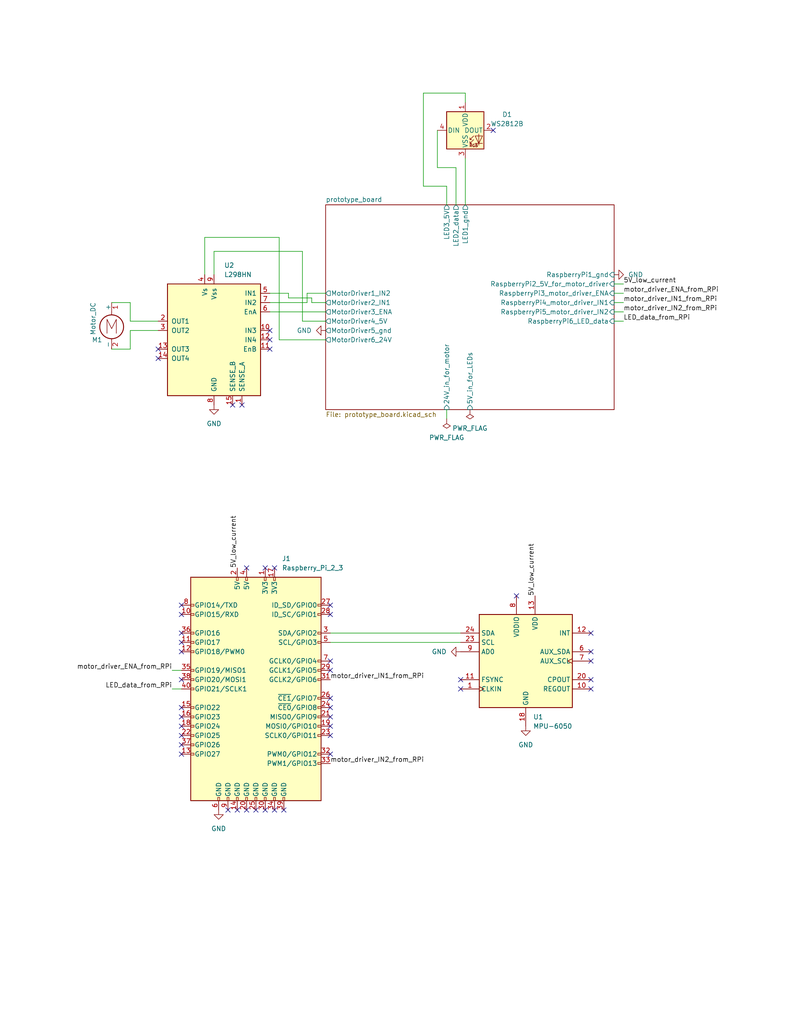
<source format=kicad_sch>
(kicad_sch (version 20211123) (generator eeschema)
  (paper "A" portrait)
  (title_block (title "Window blinds auto open/close"))
  (lib_symbols
    (symbol "Connector:Raspberry_Pi_2_3" (pin_names (offset 1.016))
      (property "Reference" "J" (at -17.78 31.75 0))
      (property "Value" "Raspberry_Pi_2_3" (at 10.16 -31.75 0))
      (symbol "Raspberry_Pi_2_3_0_1"
        (rectangle (start -17.78 30.48) (end 17.78 -30.48) (stroke (width 0.254)) (fill (type background)))
      )
      (symbol "Raspberry_Pi_2_3_1_1"
        (rectangle (start -16.891 -17.526) (end -17.78 -18.034))
        (rectangle (start -16.891 -14.986) (end -17.78 -15.494))
        (rectangle (start -16.891 -12.446) (end -17.78 -12.954))
        (rectangle (start -16.891 -9.906) (end -17.78 -10.414))
        (rectangle (start -16.891 -7.366) (end -17.78 -7.874))
        (rectangle (start -16.891 -4.826) (end -17.78 -5.334))
        (rectangle (start -16.891 0.254) (end -17.78 -0.254))
        (rectangle (start -16.891 2.794) (end -17.78 2.286))
        (rectangle (start -16.891 5.334) (end -17.78 4.826))
        (rectangle (start -16.891 10.414) (end -17.78 9.906))
        (rectangle (start -16.891 12.954) (end -17.78 12.446))
        (rectangle (start -16.891 15.494) (end -17.78 14.986))
        (rectangle (start -16.891 20.574) (end -17.78 20.066))
        (rectangle (start -16.891 23.114) (end -17.78 22.606))
        (rectangle (start -10.414 -29.591) (end -9.906 -30.48))
        (rectangle (start -7.874 -29.591) (end -7.366 -30.48))
        (rectangle (start -5.334 -29.591) (end -4.826 -30.48))
        (rectangle (start -5.334 30.48) (end -4.826 29.591))
        (rectangle (start -2.794 -29.591) (end -2.286 -30.48))
        (rectangle (start -2.794 30.48) (end -2.286 29.591))
        (rectangle (start -0.254 -29.591) (end 0.254 -30.48))
        (rectangle (start 2.286 -29.591) (end 2.794 -30.48))
        (rectangle (start 2.286 30.48) (end 2.794 29.591))
        (rectangle (start 4.826 -29.591) (end 5.334 -30.48))
        (rectangle (start 4.826 30.48) (end 5.334 29.591))
        (rectangle (start 7.366 -29.591) (end 7.874 -30.48))
        (rectangle (start 17.78 -20.066) (end 16.891 -20.574))
        (rectangle (start 17.78 -17.526) (end 16.891 -18.034))
        (rectangle (start 17.78 -12.446) (end 16.891 -12.954))
        (rectangle (start 17.78 -9.906) (end 16.891 -10.414))
        (rectangle (start 17.78 -7.366) (end 16.891 -7.874))
        (rectangle (start 17.78 -4.826) (end 16.891 -5.334))
        (rectangle (start 17.78 -2.286) (end 16.891 -2.794))
        (rectangle (start 17.78 2.794) (end 16.891 2.286))
        (rectangle (start 17.78 5.334) (end 16.891 4.826))
        (rectangle (start 17.78 7.874) (end 16.891 7.366))
        (rectangle (start 17.78 12.954) (end 16.891 12.446))
        (rectangle (start 17.78 15.494) (end 16.891 14.986))
        (rectangle (start 17.78 20.574) (end 16.891 20.066))
        (rectangle (start 17.78 23.114) (end 16.891 22.606))
        (pin power_in line (at 2.54 33.02 270) (length 2.54) (name "3V3") (number "1"))
        (pin bidirectional line (at -20.32 20.32 0) (length 2.54) (name "GPIO15/RXD") (number "10"))
        (pin bidirectional line (at -20.32 12.7 0) (length 2.54) (name "GPIO17") (number "11"))
        (pin bidirectional line (at -20.32 10.16 0) (length 2.54) (name "GPIO18/PWM0") (number "12"))
        (pin bidirectional line (at -20.32 -17.78 0) (length 2.54) (name "GPIO27") (number "13"))
        (pin power_in line (at -5.08 -33.02 90) (length 2.54) (name "GND") (number "14"))
        (pin bidirectional line (at -20.32 -5.08 0) (length 2.54) (name "GPIO22") (number "15"))
        (pin bidirectional line (at -20.32 -7.62 0) (length 2.54) (name "GPIO23") (number "16"))
        (pin power_in line (at 5.08 33.02 270) (length 2.54) (name "3V3") (number "17"))
        (pin bidirectional line (at -20.32 -10.16 0) (length 2.54) (name "GPIO24") (number "18"))
        (pin bidirectional line (at 20.32 -10.16 180) (length 2.54) (name "MOSI0/GPIO10") (number "19"))
        (pin power_in line (at -5.08 33.02 270) (length 2.54) (name "5V") (number "2"))
        (pin power_in line (at -2.54 -33.02 90) (length 2.54) (name "GND") (number "20"))
        (pin bidirectional line (at 20.32 -7.62 180) (length 2.54) (name "MISO0/GPIO9") (number "21"))
        (pin bidirectional line (at -20.32 -12.7 0) (length 2.54) (name "GPIO25") (number "22"))
        (pin bidirectional line (at 20.32 -12.7 180) (length 2.54) (name "SCLK0/GPIO11") (number "23"))
        (pin bidirectional line (at 20.32 -5.08 180) (length 2.54) (name "~{CE0}/GPIO8") (number "24"))
        (pin power_in line (at 0 -33.02 90) (length 2.54) (name "GND") (number "25"))
        (pin bidirectional line (at 20.32 -2.54 180) (length 2.54) (name "~{CE1}/GPIO7") (number "26"))
        (pin bidirectional line (at 20.32 22.86 180) (length 2.54) (name "ID_SD/GPIO0") (number "27"))
        (pin bidirectional line (at 20.32 20.32 180) (length 2.54) (name "ID_SC/GPIO1") (number "28"))
        (pin bidirectional line (at 20.32 5.08 180) (length 2.54) (name "GCLK1/GPIO5") (number "29"))
        (pin bidirectional line (at 20.32 15.24 180) (length 2.54) (name "SDA/GPIO2") (number "3"))
        (pin power_in line (at 2.54 -33.02 90) (length 2.54) (name "GND") (number "30"))
        (pin bidirectional line (at 20.32 2.54 180) (length 2.54) (name "GCLK2/GPIO6") (number "31"))
        (pin bidirectional line (at 20.32 -17.78 180) (length 2.54) (name "PWM0/GPIO12") (number "32"))
        (pin bidirectional line (at 20.32 -20.32 180) (length 2.54) (name "PWM1/GPIO13") (number "33"))
        (pin power_in line (at 5.08 -33.02 90) (length 2.54) (name "GND") (number "34"))
        (pin bidirectional line (at -20.32 5.08 0) (length 2.54) (name "GPIO19/MISO1") (number "35"))
        (pin bidirectional line (at -20.32 15.24 0) (length 2.54) (name "GPIO16") (number "36"))
        (pin bidirectional line (at -20.32 -15.24 0) (length 2.54) (name "GPIO26") (number "37"))
        (pin bidirectional line (at -20.32 2.54 0) (length 2.54) (name "GPIO20/MOSI1") (number "38"))
        (pin power_in line (at 7.62 -33.02 90) (length 2.54) (name "GND") (number "39"))
        (pin power_in line (at -2.54 33.02 270) (length 2.54) (name "5V") (number "4"))
        (pin bidirectional line (at -20.32 0 0) (length 2.54) (name "GPIO21/SCLK1") (number "40"))
        (pin bidirectional line (at 20.32 12.7 180) (length 2.54) (name "SCL/GPIO3") (number "5"))
        (pin power_in line (at -10.16 -33.02 90) (length 2.54) (name "GND") (number "6"))
        (pin bidirectional line (at 20.32 7.62 180) (length 2.54) (name "GCLK0/GPIO4") (number "7"))
        (pin bidirectional line (at -20.32 22.86 0) (length 2.54) (name "GPIO14/TXD") (number "8"))
        (pin power_in line (at -7.62 -33.02 90) (length 2.54) (name "GND") (number "9"))
      )
    )
    (symbol "Driver_Motor:L298HN" (pin_names (offset 1.016))
      (property "Reference" "U" (at -10.16 16.51 0))
      (property "Value" "L298HN" (at 12.7 16.51 0))
      (symbol "L298HN_0_1"
        (rectangle (start -12.7 15.24) (end 12.7 -15.24) (stroke (width 0.254)) (fill (type background)))
      )
      (symbol "L298HN_1_1"
        (pin power_in line (at -7.62 -17.78 90) (length 2.54) (name "SENSE_A") (number "1"))
        (pin input line (at -15.24 2.54 0) (length 2.54) (name "IN3") (number "10"))
        (pin input line (at -15.24 -2.54 0) (length 2.54) (name "EnB") (number "11"))
        (pin input line (at -15.24 0 0) (length 2.54) (name "IN4") (number "12"))
        (pin output line (at 15.24 -2.54 180) (length 2.54) (name "OUT3") (number "13"))
        (pin output line (at 15.24 -5.08 180) (length 2.54) (name "OUT4") (number "14"))
        (pin power_in line (at -5.08 -17.78 90) (length 2.54) (name "SENSE_B") (number "15"))
        (pin output line (at 15.24 5.08 180) (length 2.54) (name "OUT1") (number "2"))
        (pin output line (at 15.24 2.54 180) (length 2.54) (name "OUT2") (number "3"))
        (pin power_in line (at 2.54 17.78 270) (length 2.54) (name "Vs") (number "4"))
        (pin input line (at -15.24 12.7 0) (length 2.54) (name "IN1") (number "5"))
        (pin input line (at -15.24 7.62 0) (length 2.54) (name "EnA") (number "6"))
        (pin input line (at -15.24 10.16 0) (length 2.54) (name "IN2") (number "7"))
        (pin power_in line (at 0 -17.78 90) (length 2.54) (name "GND") (number "8"))
        (pin power_in line (at 0 17.78 270) (length 2.54) (name "Vss") (number "9"))
      )
    )
    (symbol "LED:WS2812B" (pin_names (offset 0.254))
      (property "Reference" "D" (at 5.08 5.715 0))
      (property "Value" "WS2812B" (at 1.27 -5.715 0))
      (symbol "WS2812B_0_0"
        (text "RGB" (at 2.286 -4.191 0) (effects (font (size 0.762 0.762))))
      )
      (symbol "WS2812B_0_1"
        (polyline (pts (xy 1.27 -3.556) (xy 1.778 -3.556)))
        (polyline (pts (xy 1.27 -2.54) (xy 1.778 -2.54)))
        (polyline (pts (xy 4.699 -3.556) (xy 2.667 -3.556)))
        (polyline (pts (xy 2.286 -2.54) (xy 1.27 -3.556) (xy 1.27 -3.048)))
        (polyline (pts (xy 2.286 -1.524) (xy 1.27 -2.54) (xy 1.27 -2.032)))
        (polyline (pts (xy 3.683 -1.016) (xy 3.683 -3.556) (xy 3.683 -4.064)))
        (polyline (pts (xy 4.699 -1.524) (xy 2.667 -1.524) (xy 3.683 -3.556) (xy 4.699 -1.524)))
        (rectangle (start 5.08 5.08) (end -5.08 -5.08) (stroke (width 0.254)) (fill (type background)))
      )
      (symbol "WS2812B_1_1"
        (pin power_in line (at 0 7.62 270) (length 2.54) (name "VDD") (number "1"))
        (pin output line (at 7.62 0 180) (length 2.54) (name "DOUT") (number "2"))
        (pin power_in line (at 0 -7.62 90) (length 2.54) (name "VSS") (number "3"))
        (pin input line (at -7.62 0 0) (length 2.54) (name "DIN") (number "4"))
      )
    )
    (symbol "Motor:Motor_DC" (pin_names (offset 0))
      (property "Reference" "M" (at 2.54 2.54 0))
      (property "Value" "Motor_DC" (at 2.54 -5.08 0))
      (symbol "Motor_DC_0_0"
        (polyline (pts (xy -1.27 -3.302) (xy -1.27 0.508) (xy 0 -2.032) (xy 1.27 0.508) (xy 1.27 -3.302)))
      )
      (symbol "Motor_DC_0_1"
        (circle (center 0 -1.524) (radius 3.2512) (stroke (width 0.254)))
        (polyline (pts (xy 0 -7.62) (xy 0 -7.112)))
        (polyline (pts (xy 0 -4.7752) (xy 0 -5.1816)))
        (polyline (pts (xy 0 1.7272) (xy 0 2.0828)))
        (polyline (pts (xy 0 2.032) (xy 0 2.54)))
      )
      (symbol "Motor_DC_1_1"
        (pin passive line (at 0 5.08 270) (length 2.54) (name "+") (number "1"))
        (pin passive line (at 0 -7.62 90) (length 2.54) (name "-") (number "2"))
      )
    )
    (symbol "Sensor_Motion:MPU-6050"
      (property "Reference" "U" (at -11.43 13.97 0))
      (property "Value" "MPU-6050" (at 7.62 -13.97 0))
      (symbol "MPU-6050_0_1"
        (rectangle (start -12.7 12.7) (end 12.7 -12.7) (stroke (width 0.254)) (fill (type background)))
      )
      (symbol "MPU-6050_1_1"
        (pin input clock (at -17.78 -7.62 0) (length 5.08) (name "CLKIN") (number "1"))
        (pin passive line (at 17.78 -7.62 180) (length 5.08) (name "REGOUT") (number "10"))
        (pin input line (at -17.78 -5.08 0) (length 5.08) (name "FSYNC") (number "11"))
        (pin output line (at 17.78 7.62 180) (length 5.08) (name "INT") (number "12"))
        (pin power_in line (at 2.54 17.78 270) (length 5.08) (name "VDD") (number "13"))
        (pin power_in line (at 0 -17.78 90) (length 5.08) (name "GND") (number "18"))
        (pin passive line (at 17.78 -5.08 180) (length 5.08) (name "CPOUT") (number "20"))
        (pin input line (at -17.78 5.08 0) (length 5.08) (name "SCL") (number "23"))
        (pin bidirectional line (at -17.78 7.62 0) (length 5.08) (name "SDA") (number "24"))
        (pin bidirectional line (at 17.78 2.54 180) (length 5.08) (name "AUX_SDA") (number "6"))
        (pin output clock (at 17.78 0 180) (length 5.08) (name "AUX_SCL") (number "7"))
        (pin power_in line (at -2.54 17.78 270) (length 5.08) (name "VDDIO") (number "8"))
        (pin input line (at -17.78 2.54 0) (length 5.08) (name "AD0") (number "9"))
      )
    )
    (symbol "power:GND" (power) (pin_names (offset 0))
      (property "Value" "GND" (at 0 -3.81 0))
      (symbol "GND_0_1"
        (polyline (pts (xy 0 0) (xy 0 -1.27) (xy 1.27 -1.27) (xy 0 -2.54) (xy -1.27 -1.27) (xy 0 -1.27)))
      )
      (symbol "GND_1_1"
        (pin power_in line (at 0 0 270) (length 0) hide (name "GND") (number "1"))
      )
    )
    (symbol "power:PWR_FLAG" (power) (pin_numbers hide) (pin_names (offset 0) hide)
      (property "Value" "PWR_FLAG" (at 0 3.81 0))
      (symbol "PWR_FLAG_0_0"
        (pin power_out line (at 0 0 90) (length 0) (name "pwr") (number "1"))
      )
      (symbol "PWR_FLAG_0_1"
        (polyline (pts (xy 0 0) (xy 0 1.27) (xy -1.016 1.905) (xy 0 2.54) (xy 1.016 1.905) (xy 0 1.27)))
      )
    )
  )
  (no_connect (at 49.53 200.66))
  (no_connect (at 90.17 205.74))
  (no_connect (at 49.53 195.58))
  (no_connect (at 90.17 200.66))
  (no_connect (at 90.17 180.34))
  (no_connect (at 90.17 193.04))
  (no_connect (at 49.53 172.72))
  (no_connect (at 62.23 220.98))
  (no_connect (at 69.85 220.98))
  (no_connect (at 64.77 220.98))
  (no_connect (at 67.31 220.98))
  (no_connect (at 67.31 154.94))
  (no_connect (at 77.47 220.98))
  (no_connect (at 74.93 220.98))
  (no_connect (at 72.39 220.98))
  (no_connect (at 90.17 167.64))
  (no_connect (at 90.17 195.58))
  (no_connect (at 49.53 203.2))
  (no_connect (at 161.29 187.96))
  (no_connect (at 161.29 185.42))
  (no_connect (at 161.29 172.72))
  (no_connect (at 161.29 180.34))
  (no_connect (at 161.29 177.8))
  (no_connect (at 125.73 185.42))
  (no_connect (at 125.73 187.96))
  (no_connect (at 140.97 162.56))
  (no_connect (at 90.17 165.1))
  (no_connect (at 49.53 198.12))
  (no_connect (at 66.04 110.49))
  (no_connect (at 63.5 110.49))
  (no_connect (at 49.53 177.8))
  (no_connect (at 43.18 97.79))
  (no_connect (at 43.18 95.25))
  (no_connect (at 73.66 90.17))
  (no_connect (at 73.66 92.71))
  (no_connect (at 73.66 95.25))
  (no_connect (at 72.39 154.94))
  (no_connect (at 90.17 198.12))
  (no_connect (at 49.53 185.42))
  (no_connect (at 134.62 35.56))
  (no_connect (at 49.53 165.1))
  (no_connect (at 74.93 154.94))
  (no_connect (at 49.53 193.04))
  (no_connect (at 90.17 190.5))
  (no_connect (at 49.53 175.26))
  (no_connect (at 49.53 167.64))
  (no_connect (at 49.53 205.74))
  (no_connect (at 90.17 182.88))
  (wire (pts (xy 83.82 80.01) (xy 83.82 82.55)))
  (wire (pts (xy 78.74 80.01) (xy 73.66 80.01)))
  (wire (pts (xy 167.64 82.55) (xy 170.18 82.55)))
  (wire (pts (xy 78.74 81.28) (xy 78.74 80.01)))
  (wire (pts (xy 85.09 81.28) (xy 78.74 81.28)))
  (wire (pts (xy 167.64 85.09) (xy 170.18 85.09)))
  (wire (pts (xy 35.56 82.55) (xy 35.56 87.63)))
  (wire (pts (xy 88.9 82.55) (xy 85.09 82.55)))
  (wire (pts (xy 167.64 87.63) (xy 170.18 87.63)))
  (wire (pts (xy 115.57 50.8) (xy 115.57 25.4)))
  (wire (pts (xy 167.64 77.47) (xy 170.18 77.47)))
  (wire (pts (xy 76.2 64.77) (xy 55.88 64.77)))
  (wire (pts (xy 35.56 90.17) (xy 43.18 90.17)))
  (wire (pts (xy 82.55 87.63) (xy 82.55 68.58)))
  (wire (pts (xy 121.92 50.8) (xy 115.57 50.8)))
  (wire (pts (xy 88.9 92.71) (xy 76.2 92.71)))
  (wire (pts (xy 127 25.4) (xy 127 27.94)))
  (wire (pts (xy 90.17 175.26) (xy 125.73 175.26)))
  (wire (pts (xy 119.38 45.72) (xy 124.46 45.72)))
  (wire (pts (xy 121.92 114.3) (xy 121.92 111.76)))
  (wire (pts (xy 88.9 87.63) (xy 82.55 87.63)))
  (wire (pts (xy 90.17 172.72) (xy 125.73 172.72)))
  (wire (pts (xy 82.55 68.58) (xy 58.42 68.58)))
  (wire (pts (xy 35.56 87.63) (xy 43.18 87.63)))
  (wire (pts (xy 73.66 85.09) (xy 88.9 85.09)))
  (wire (pts (xy 55.88 64.77) (xy 55.88 74.93)))
  (wire (pts (xy 73.66 82.55) (xy 83.82 82.55)))
  (wire (pts (xy 58.42 68.58) (xy 58.42 74.93)))
  (wire (pts (xy 76.2 92.71) (xy 76.2 64.77)))
  (wire (pts (xy 46.99 187.96) (xy 49.53 187.96)))
  (wire (pts (xy 35.56 95.25) (xy 35.56 90.17)))
  (wire (pts (xy 167.64 80.01) (xy 170.18 80.01)))
  (wire (pts (xy 124.46 45.72) (xy 124.46 55.88)))
  (wire (pts (xy 127 43.18) (xy 127 55.88)))
  (wire (pts (xy 46.99 182.88) (xy 49.53 182.88)))
  (wire (pts (xy 83.82 80.01) (xy 88.9 80.01)))
  (wire (pts (xy 115.57 25.4) (xy 127 25.4)))
  (wire (pts (xy 30.48 95.25) (xy 35.56 95.25)))
  (wire (pts (xy 85.09 82.55) (xy 85.09 81.28)))
  (wire (pts (xy 30.48 82.55) (xy 35.56 82.55)))
  (wire (pts (xy 119.38 35.56) (xy 119.38 45.72)))
  (wire (pts (xy 121.92 55.88) (xy 121.92 50.8)))
  (label "motor_driver_IN2_from_RPi" (at 170.18 85.09 0))
  (label "motor_driver_IN2_from_RPi" (at 90.17 208.28 0))
  (label "5V_low_current" (at 170.18 77.47 0))
  (label "LED_data_from_RPi" (at 46.99 187.96 180))
  (label "5V_low_current" (at 146.05 162.56 90))
  (label "5V_low_current" (at 64.77 154.94 90))
  (label "motor_driver_IN1_from_RPi" (at 90.17 185.42 0))
  (label "motor_driver_ENA_from_RPi" (at 170.18 80.01 0))
  (label "LED_data_from_RPi" (at 170.18 87.63 0))
  (label "motor_driver_IN1_from_RPi" (at 170.18 82.55 0))
  (label "motor_driver_ENA_from_RPi" (at 46.99 182.88 180))
  (symbol (lib_id "Driver_Motor:L298HN") (at 58.42 92.71 0) (mirror y) (unit 1)
    (property "Reference" "U2" (at 61.1887 72.39 0) (effects (justify right)))
    (property "Value" "L298HN" (at 61.1887 74.93 0) (effects (justify right)))
    (property "Footprint" "Package_TO_SOT_THT:TO-220-15_P2.54x2.54mm_StaggerOdd_Lead4.58mm_Vertical" (effects hide))
    (property "Datasheet" "http://www.st.com/st-web-ui/static/active/en/resource/technical/document/datasheet/CD00000240.pdf" (effects hide))
  )
  (symbol (lib_id "LED:WS2812B") (at 127 35.56 0) (unit 1)
    (property "Reference" "D1" (at 138.43 31.2293 0))
    (property "Value" "WS2812B" (at 138.43 33.7693 0))
    (property "Footprint" "LED_SMD:LED_WS2812B_PLCC4_5.0x5.0mm_P3.2mm" (effects hide))
    (property "Datasheet" "https://cdn-shop.adafruit.com/datasheets/WS2812B.pdf" (effects hide))
  )
  (symbol (lib_id "power:GND") (at 143.51 198.12 0) (unit 1)
    (property "Reference" "#PWR09" (effects hide))
    (property "Value" "GND" (at 143.51 203.2 0))
  )
  (symbol (lib_id "power:GND") (at 167.64 74.93 90) (unit 1)
    (property "Reference" "#PWR04" (effects hide))
    (property "Value" "GND" (at 171.45 74.9299 90) (effects (justify right)))
  )
  (symbol (lib_id "power:GND") (at 58.42 110.49 0) (unit 1)
    (property "Reference" "#PWR02" (effects hide))
    (property "Value" "GND" (at 58.42 115.57 0))
  )
  (symbol (lib_id "power:GND") (at 88.9 90.17 270) (unit 1)
    (property "Reference" "#PWR03" (effects hide))
    (property "Value" "GND" (at 85.09 90.1699 90) (effects (justify right)))
  )
  (symbol (lib_id "Sensor_Motion:MPU-6050") (at 143.51 180.34 0) (unit 1)
    (property "Reference" "U1" (at 145.5294 195.58 0) (effects (justify left)))
    (property "Value" "MPU-6050" (at 145.5294 198.12 0) (effects (justify left)))
    (property "Footprint" "Sensor_Motion:InvenSense_QFN-24_4x4mm_P0.5mm" (effects hide))
    (property "Datasheet" "https://store.invensense.com/datasheets/invensense/MPU-6050_DataSheet_V3%204.pdf" (effects hide))
  )
  (symbol (lib_id "power:PWR_FLAG") (at 128.27 111.76 180) (unit 1)
    (property "Reference" "#FLG02" (effects hide))
    (property "Value" "PWR_FLAG" (at 128.27 116.84 0))
  )
  (symbol (lib_id "power:PWR_FLAG") (at 121.92 114.3 180) (unit 1)
    (property "Reference" "#FLG01" (effects hide))
    (property "Value" "PWR_FLAG" (at 121.92 119.38 0))
  )
  (symbol (lib_id "power:GND") (at 59.69 220.98 0) (unit 1)
    (property "Reference" "#PWR01" (effects hide))
    (property "Value" "GND" (at 59.69 226.06 0))
  )
  (symbol (lib_id "Motor:Motor_DC") (at 30.48 87.63 0) (mirror y) (unit 1)
    (property "Reference" "M1" (at 27.94 92.7099 0) (effects (justify left)))
    (property "Value" "Motor_DC" (at 25.4 91.4399 90) (effects (justify left)))
  )
  (symbol (lib_id "power:GND") (at 125.73 177.8 270) (unit 1)
    (property "Reference" "#PWR08" (effects hide))
    (property "Value" "GND" (at 121.92 177.7999 90) (effects (justify right)))
  )
  (symbol (lib_id "Connector:Raspberry_Pi_2_3") (at 69.85 187.96 0) (unit 1)
    (property "Reference" "J1" (at 76.9494 152.4 0) (effects (justify left)))
    (property "Value" "Raspberry_Pi_2_3" (at 76.9494 154.94 0) (effects (justify left)))
    (property "Datasheet" "https://www.raspberrypi.org/documentation/hardware/raspberrypi/schematics/rpi_SCH_3bplus_1p0_reduced.pdf" (effects hide))
  )
  (sheet (at 88.9 55.88) (size 78.74 55.88) (stroke (width 0.1524))
    (property "Sheet name" "prototype_board" (at 88.9 55.1684 0) (effects (justify left bottom)))
    (property "Sheet file" "prototype_board.kicad_sch" (at 88.9 112.3446 0) (effects (justify left top)))
    (pin "MotorDriver1_IN2" output (at 88.9 80.01 180))
    (pin "MotorDriver3_ENA" output (at 88.9 85.09 180))
    (pin "MotorDriver2_IN1" output (at 88.9 82.55 180))
    (pin "MotorDriver6_24V" output (at 88.9 92.71 180))
    (pin "MotorDriver4_5V" output (at 88.9 87.63 180))
    (pin "MotorDriver5_gnd" output (at 88.9 90.17 180))
    (pin "24V_in_for_motor" input (at 121.92 111.76 270))
    (pin "5V_in_for_LEDs" input (at 128.27 111.76 270))
    (pin "RaspberryPi4_motor_driver_IN1" input (at 167.64 82.55 0))
    (pin "RaspberryPi1_gnd" input (at 167.64 74.93 0))
    (pin "RaspberryPi5_motor_driver_IN2" input (at 167.64 85.09 0))
    (pin "RaspberryPi2_5V_for_motor_driver" input (at 167.64 77.47 0))
    (pin "RaspberryPi3_motor_driver_ENA" input (at 167.64 80.01 0))
    (pin "RaspberryPi6_LED_data" input (at 167.64 87.63 0))
    (pin "LED2_data" output (at 124.46 55.88 90))
    (pin "LED1_gnd" output (at 127 55.88 90))
    (pin "LED3_5V" output (at 121.92 55.88 90))
  )
)
</source>
